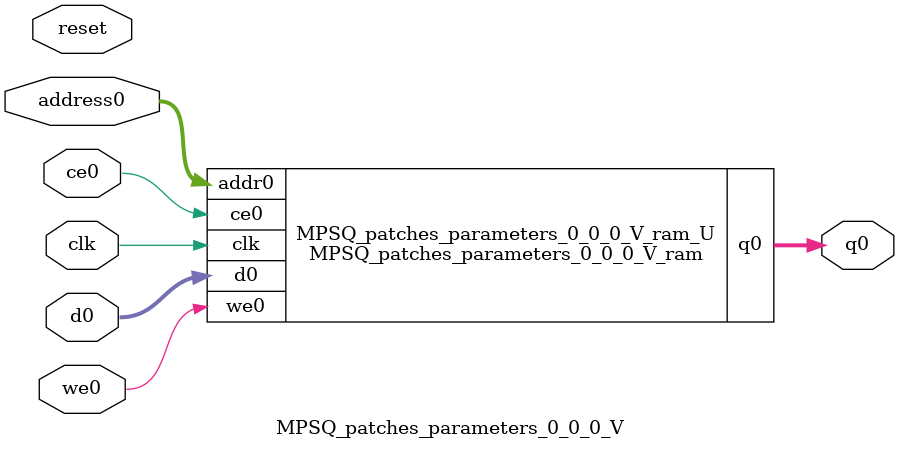
<source format=v>
`timescale 1 ns / 1 ps
module MPSQ_patches_parameters_0_0_0_V_ram (addr0, ce0, d0, we0, q0,  clk);

parameter DWIDTH = 32;
parameter AWIDTH = 5;
parameter MEM_SIZE = 32;

input[AWIDTH-1:0] addr0;
input ce0;
input[DWIDTH-1:0] d0;
input we0;
output reg[DWIDTH-1:0] q0;
input clk;

reg [DWIDTH-1:0] ram[0:MEM_SIZE-1];




always @(posedge clk)  
begin 
    if (ce0) begin
        if (we0) 
            ram[addr0] <= d0; 
        q0 <= ram[addr0];
    end
end


endmodule

`timescale 1 ns / 1 ps
module MPSQ_patches_parameters_0_0_0_V(
    reset,
    clk,
    address0,
    ce0,
    we0,
    d0,
    q0);

parameter DataWidth = 32'd32;
parameter AddressRange = 32'd32;
parameter AddressWidth = 32'd5;
input reset;
input clk;
input[AddressWidth - 1:0] address0;
input ce0;
input we0;
input[DataWidth - 1:0] d0;
output[DataWidth - 1:0] q0;



MPSQ_patches_parameters_0_0_0_V_ram MPSQ_patches_parameters_0_0_0_V_ram_U(
    .clk( clk ),
    .addr0( address0 ),
    .ce0( ce0 ),
    .we0( we0 ),
    .d0( d0 ),
    .q0( q0 ));

endmodule


</source>
